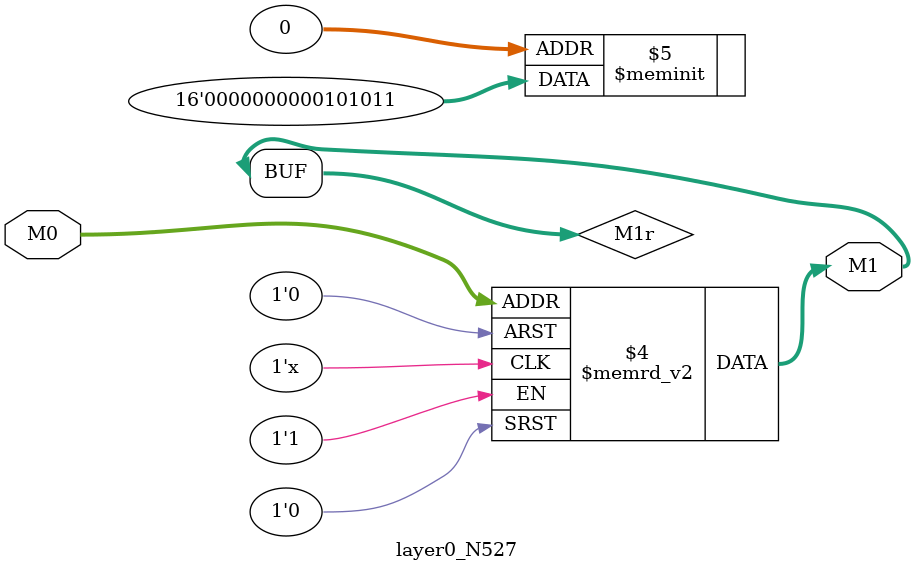
<source format=v>
module layer0_N527 ( input [2:0] M0, output [1:0] M1 );

	(*rom_style = "distributed" *) reg [1:0] M1r;
	assign M1 = M1r;
	always @ (M0) begin
		case (M0)
			3'b000: M1r = 2'b11;
			3'b100: M1r = 2'b00;
			3'b010: M1r = 2'b10;
			3'b110: M1r = 2'b00;
			3'b001: M1r = 2'b10;
			3'b101: M1r = 2'b00;
			3'b011: M1r = 2'b00;
			3'b111: M1r = 2'b00;

		endcase
	end
endmodule

</source>
